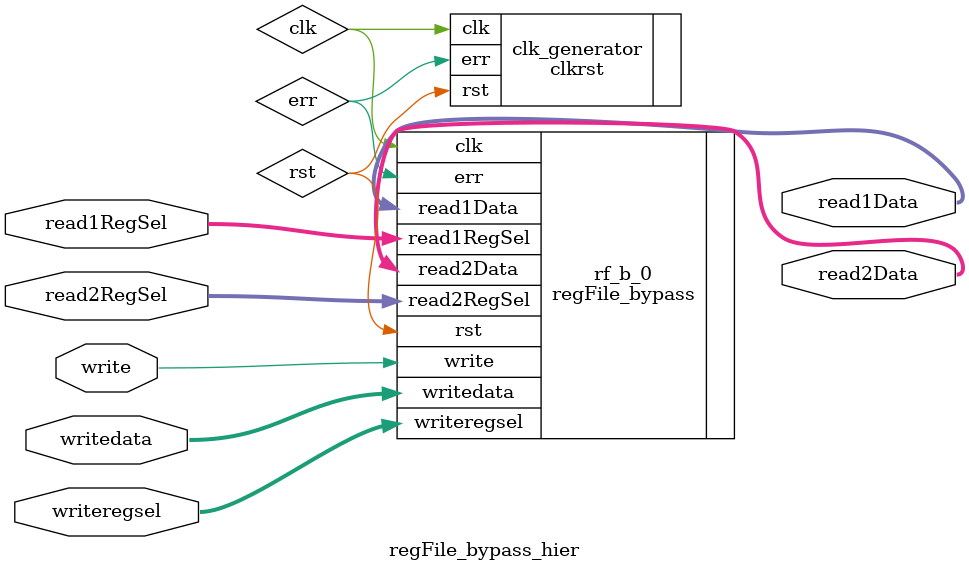
<source format=v>
/*
 CS/ECE 552, Fall '22
 Homework #3, Problem #2
 
 Wrapper module around 8x16b register file with bypassing.

 YOU SHALL NOT EDIT THIS FILE. ANY CHANGES TO THIS FILE WILL
 RESULT IN ZERO FOR THIS PROBLEM.
 */
module regFile_bypass_hier (
                            // Outputs
                            read1Data, read2Data, 
                            // Inputs
                            read1RegSel, read2RegSel, writeregsel, writedata, write
                            );

   input [2:0]  read1RegSel;
   input [2:0]  read2RegSel;
   input [2:0]  writeregsel;
   input [15:0] writedata;
   input        write;

   output [15:0] read1Data;
   output [15:0] read2Data;

   wire          clk, rst;
   wire          err;

   // Ignore err for now
   clkrst clk_generator(.clk(clk), .rst(rst), .err(err) );
   regFile_bypass rf_b_0(
                         // Outputs
                         .read1Data                    (read1Data[15:0]),
                         .read2Data                    (read2Data[15:0]),
                         .err                          (err),
                         // Inputs
                         .clk                          (clk),
                         .rst                          (rst),
                         .read1RegSel                  (read1RegSel[2:0]),
                         .read2RegSel                  (read2RegSel[2:0]),
                         .writeregsel                  (writeregsel[2:0]),
                         .writedata                    (writedata[15:0]),
                         .write                      (write));

endmodule

</source>
